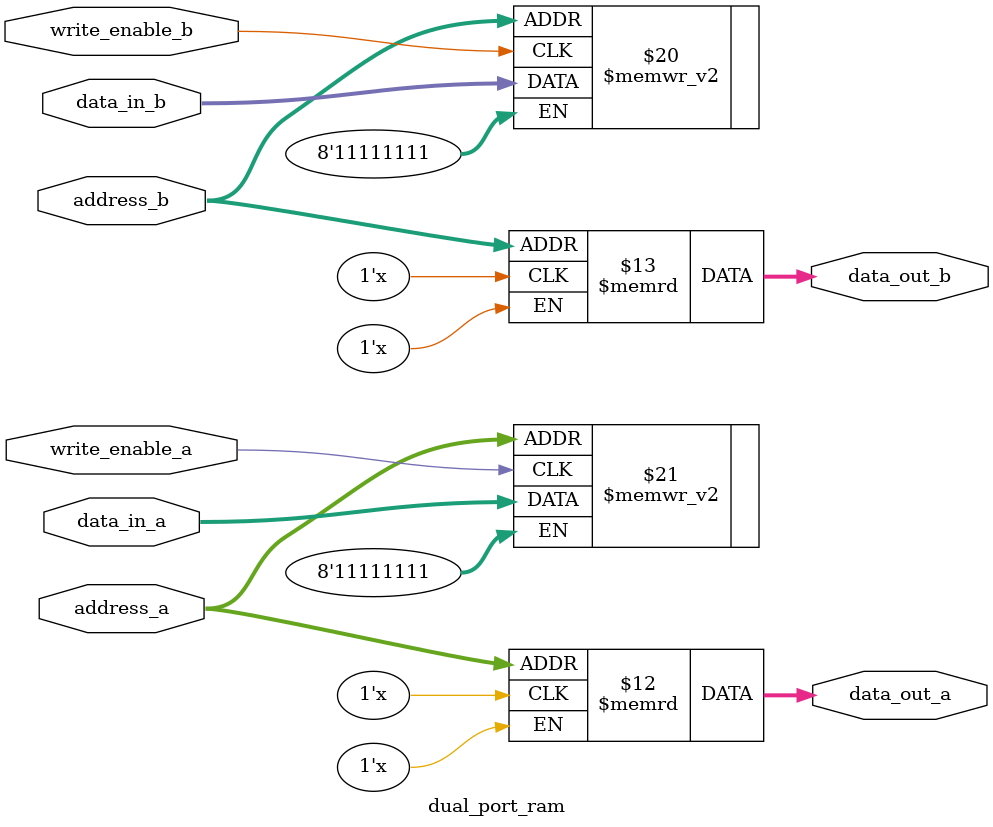
<source format=sv>
module dual_port_ram (
  input wire [3:0] address_a, // 4-bit address for port A
  input wire [3:0] address_b, // 4-bit address for port B
  input wire [7:0] data_in_a, // 8-bit data input for port A
  input wire [7:0] data_in_b, // 8-bit data input for port B
  input wire write_enable_a, // Write enable control input for port A
  input wire write_enable_b, // Write enable control input for port B
  output reg [7:0] data_out_a, // 8-bit data output for port A
  output reg [7:0] data_out_b // 8-bit data output for port B
);

  reg [7:0] memory [0:15]; // 16x8 memory array

  always @(posedge write_enable_a) begin
    memory[address_a] <= data_in_a;
  end

  always @(posedge write_enable_b) begin
    memory[address_b] <= data_in_b;
  end

  always @(*) begin
    data_out_a = memory[address_a];
    data_out_b = memory[address_b];
  end

endmodule

</source>
